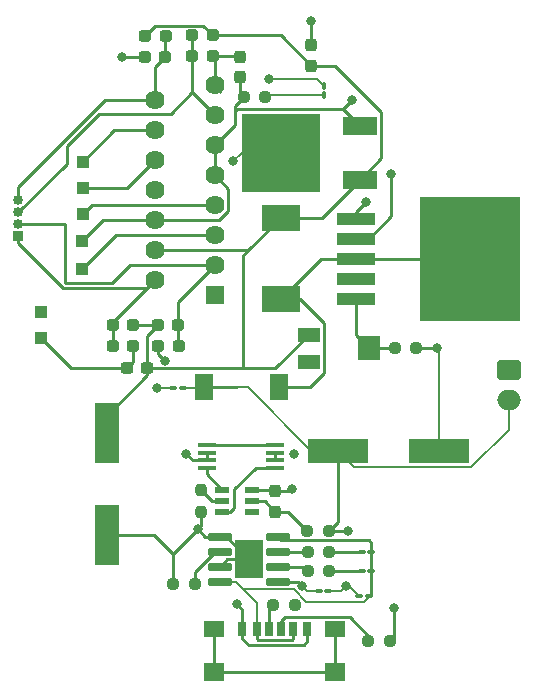
<source format=gtl>
%TF.GenerationSoftware,KiCad,Pcbnew,7.0.5-0*%
%TF.CreationDate,2024-11-16T18:44:09-05:00*%
%TF.ProjectId,PCB_design,5043425f-6465-4736-9967-6e2e6b696361,rev?*%
%TF.SameCoordinates,Original*%
%TF.FileFunction,Copper,L1,Top*%
%TF.FilePolarity,Positive*%
%FSLAX46Y46*%
G04 Gerber Fmt 4.6, Leading zero omitted, Abs format (unit mm)*
G04 Created by KiCad (PCBNEW 7.0.5-0) date 2024-11-16 18:44:09*
%MOMM*%
%LPD*%
G01*
G04 APERTURE LIST*
G04 Aperture macros list*
%AMRoundRect*
0 Rectangle with rounded corners*
0 $1 Rounding radius*
0 $2 $3 $4 $5 $6 $7 $8 $9 X,Y pos of 4 corners*
0 Add a 4 corners polygon primitive as box body*
4,1,4,$2,$3,$4,$5,$6,$7,$8,$9,$2,$3,0*
0 Add four circle primitives for the rounded corners*
1,1,$1+$1,$2,$3*
1,1,$1+$1,$4,$5*
1,1,$1+$1,$6,$7*
1,1,$1+$1,$8,$9*
0 Add four rect primitives between the rounded corners*
20,1,$1+$1,$2,$3,$4,$5,0*
20,1,$1+$1,$4,$5,$6,$7,0*
20,1,$1+$1,$6,$7,$8,$9,0*
20,1,$1+$1,$8,$9,$2,$3,0*%
G04 Aperture macros list end*
%TA.AperFunction,SMDPad,CuDef*%
%ADD10R,1.210000X0.590000*%
%TD*%
%TA.AperFunction,SMDPad,CuDef*%
%ADD11RoundRect,0.237500X-0.250000X-0.237500X0.250000X-0.237500X0.250000X0.237500X-0.250000X0.237500X0*%
%TD*%
%TA.AperFunction,SMDPad,CuDef*%
%ADD12R,0.700000X1.200000*%
%TD*%
%TA.AperFunction,SMDPad,CuDef*%
%ADD13R,0.760000X1.200000*%
%TD*%
%TA.AperFunction,SMDPad,CuDef*%
%ADD14R,0.800000X1.200000*%
%TD*%
%TA.AperFunction,SMDPad,CuDef*%
%ADD15R,1.800000X1.350000*%
%TD*%
%TA.AperFunction,SMDPad,CuDef*%
%ADD16R,1.800000X1.500000*%
%TD*%
%TA.AperFunction,SMDPad,CuDef*%
%ADD17R,3.210000X1.050000*%
%TD*%
%TA.AperFunction,SMDPad,CuDef*%
%ADD18R,8.460000X10.530000*%
%TD*%
%TA.AperFunction,ComponentPad*%
%ADD19C,1.620000*%
%TD*%
%TA.AperFunction,ComponentPad*%
%ADD20R,1.620000X1.620000*%
%TD*%
%TA.AperFunction,ComponentPad*%
%ADD21R,1.000000X1.000000*%
%TD*%
%TA.AperFunction,ComponentPad*%
%ADD22O,0.850000X0.850000*%
%TD*%
%TA.AperFunction,ComponentPad*%
%ADD23R,0.850000X0.850000*%
%TD*%
%TA.AperFunction,ComponentPad*%
%ADD24O,2.000000X1.700000*%
%TD*%
%TA.AperFunction,ComponentPad*%
%ADD25RoundRect,0.250000X-0.750000X0.600000X-0.750000X-0.600000X0.750000X-0.600000X0.750000X0.600000X0*%
%TD*%
%TA.AperFunction,SMDPad,CuDef*%
%ADD26RoundRect,0.100000X0.217500X0.100000X-0.217500X0.100000X-0.217500X-0.100000X0.217500X-0.100000X0*%
%TD*%
%TA.AperFunction,SMDPad,CuDef*%
%ADD27R,3.000000X1.600000*%
%TD*%
%TA.AperFunction,SMDPad,CuDef*%
%ADD28R,6.700000X6.700000*%
%TD*%
%TA.AperFunction,SMDPad,CuDef*%
%ADD29RoundRect,0.237500X0.287500X0.237500X-0.287500X0.237500X-0.287500X-0.237500X0.287500X-0.237500X0*%
%TD*%
%TA.AperFunction,SMDPad,CuDef*%
%ADD30RoundRect,0.100000X-0.217500X-0.100000X0.217500X-0.100000X0.217500X0.100000X-0.217500X0.100000X0*%
%TD*%
%TA.AperFunction,SMDPad,CuDef*%
%ADD31RoundRect,0.237500X-0.287500X-0.237500X0.287500X-0.237500X0.287500X0.237500X-0.287500X0.237500X0*%
%TD*%
%TA.AperFunction,SMDPad,CuDef*%
%ADD32RoundRect,0.237500X0.250000X0.237500X-0.250000X0.237500X-0.250000X-0.237500X0.250000X-0.237500X0*%
%TD*%
%TA.AperFunction,SMDPad,CuDef*%
%ADD33R,5.100000X2.150000*%
%TD*%
%TA.AperFunction,SMDPad,CuDef*%
%ADD34RoundRect,0.237500X0.300000X0.237500X-0.300000X0.237500X-0.300000X-0.237500X0.300000X-0.237500X0*%
%TD*%
%TA.AperFunction,SMDPad,CuDef*%
%ADD35R,3.200000X2.250000*%
%TD*%
%TA.AperFunction,SMDPad,CuDef*%
%ADD36RoundRect,0.050000X-0.730000X-0.150000X0.730000X-0.150000X0.730000X0.150000X-0.730000X0.150000X0*%
%TD*%
%TA.AperFunction,SMDPad,CuDef*%
%ADD37R,2.150000X5.100000*%
%TD*%
%TA.AperFunction,SMDPad,CuDef*%
%ADD38R,1.500000X2.200000*%
%TD*%
%TA.AperFunction,SMDPad,CuDef*%
%ADD39R,2.413000X3.302000*%
%TD*%
%TA.AperFunction,SMDPad,CuDef*%
%ADD40RoundRect,0.075000X-0.910000X-0.225000X0.910000X-0.225000X0.910000X0.225000X-0.910000X0.225000X0*%
%TD*%
%TA.AperFunction,SMDPad,CuDef*%
%ADD41R,1.900000X1.300000*%
%TD*%
%TA.AperFunction,SMDPad,CuDef*%
%ADD42R,1.900000X2.000000*%
%TD*%
%TA.AperFunction,SMDPad,CuDef*%
%ADD43RoundRect,0.237500X-0.237500X0.250000X-0.237500X-0.250000X0.237500X-0.250000X0.237500X0.250000X0*%
%TD*%
%TA.AperFunction,SMDPad,CuDef*%
%ADD44RoundRect,0.100000X-0.100000X0.217500X-0.100000X-0.217500X0.100000X-0.217500X0.100000X0.217500X0*%
%TD*%
%TA.AperFunction,SMDPad,CuDef*%
%ADD45RoundRect,0.237500X0.237500X-0.300000X0.237500X0.300000X-0.237500X0.300000X-0.237500X-0.300000X0*%
%TD*%
%TA.AperFunction,ViaPad*%
%ADD46C,0.800000*%
%TD*%
%TA.AperFunction,Conductor*%
%ADD47C,0.200000*%
%TD*%
%TA.AperFunction,Conductor*%
%ADD48C,0.250000*%
%TD*%
%ADD49C,0.350000*%
G04 APERTURE END LIST*
D10*
%TO.P,U4,1,OD*%
%TO.N,Net-(U4-OD)*%
X56685000Y-68620000D03*
%TO.P,U4,2,CS*%
%TO.N,Net-(U4-CS)*%
X56685000Y-69570000D03*
%TO.P,U4,3,OC*%
%TO.N,Net-(U4-OC)*%
X56685000Y-70520000D03*
%TO.P,U4,4,TD*%
%TO.N,unconnected-(U4-TD-Pad4)*%
X59195000Y-70520000D03*
%TO.P,U4,5,VCC*%
%TO.N,Net-(U4-VCC)*%
X59195000Y-69570000D03*
%TO.P,U4,6,GND*%
%TO.N,Batt-*%
X59195000Y-68620000D03*
%TD*%
D11*
%TO.P,R2,1*%
%TO.N,Net-(J9-CC2)*%
X69017500Y-81440000D03*
%TO.P,R2,2*%
%TO.N,GND_Arduino1*%
X70842500Y-81440000D03*
%TD*%
%TO.P,R1,2*%
%TO.N,GND_Arduino1*%
X62812500Y-78360000D03*
%TO.P,R1,1*%
%TO.N,Net-(J9-CC1)*%
X60987500Y-78360000D03*
%TD*%
D12*
%TO.P,J9,A5,CC1*%
%TO.N,Net-(J9-CC1)*%
X60615000Y-80355000D03*
D13*
%TO.P,J9,A9,VBUS*%
%TO.N,Net-(D10-A)*%
X62635000Y-80355000D03*
D14*
%TO.P,J9,A12,GND*%
%TO.N,GND_Arduino1*%
X63865000Y-80355000D03*
D12*
%TO.P,J9,B5,CC2*%
%TO.N,Net-(J9-CC2)*%
X61615000Y-80355000D03*
D13*
%TO.P,J9,B9,VBUS*%
%TO.N,Net-(D10-A)*%
X59595000Y-80355000D03*
D14*
%TO.P,J9,B12,GND*%
%TO.N,GND_Arduino1*%
X58365000Y-80355000D03*
D15*
%TO.P,J9,S1,SHIELD*%
%TO.N,unconnected-(J9-SHIELD-PadS1)*%
X55990000Y-80410000D03*
D16*
X66240000Y-83990000D03*
X55990000Y-83990000D03*
D15*
X66240000Y-80410000D03*
%TD*%
D17*
%TO.P,VR1,1,GND*%
%TO.N,GND_Arduino1*%
X67980000Y-45640000D03*
%TO.P,VR1,2,EN*%
%TO.N,+5V Arduino*%
X67980000Y-47340000D03*
%TO.P,VR1,3,SW*%
%TO.N,Net-(D9-B)*%
X67980000Y-49040000D03*
%TO.P,VR1,4,VIN*%
%TO.N,Bat+*%
X67980000Y-50740000D03*
%TO.P,VR1,5,FB*%
%TO.N,Net-(VR1-FB)*%
X67980000Y-52440000D03*
D18*
%TO.P,VR1,6,SW*%
%TO.N,Net-(D9-B)*%
X77610000Y-49040000D03*
%TD*%
D19*
%TO.P,U1,15,SENSE_B*%
%TO.N,GND_Arduino1*%
X56040000Y-34350000D03*
%TO.P,U1,14,OUT4*%
%TO.N,OUT4*%
X50960000Y-35620000D03*
%TO.P,U1,13,OUT3*%
%TO.N,OUT3*%
X56040000Y-36890000D03*
%TO.P,U1,12,IN4*%
%TO.N,A3*%
X50960000Y-38160000D03*
%TO.P,U1,11,EnB*%
%TO.N,+5V Arduino*%
X56040000Y-39430000D03*
%TO.P,U1,10,IN3*%
%TO.N,A2*%
X50960000Y-40700000D03*
%TO.P,U1,9,Vss*%
%TO.N,+5V Arduino*%
X56040000Y-41970000D03*
%TO.P,U1,8,GND*%
%TO.N,GND_Arduino1*%
X50960000Y-43240000D03*
%TO.P,U1,7,IN2*%
%TO.N,A1*%
X56040000Y-44510000D03*
%TO.P,U1,6,EnA*%
%TO.N,+5V Arduino*%
X50960000Y-45780000D03*
%TO.P,U1,5,IN1*%
%TO.N,A0*%
X56040000Y-47050000D03*
%TO.P,U1,4,Vs*%
%TO.N,Boost_Out*%
X50960000Y-48320000D03*
%TO.P,U1,3,OUT2*%
%TO.N,OUT2*%
X56040000Y-49590000D03*
%TO.P,U1,2,OUT1*%
%TO.N,OUT1*%
X50960000Y-50860000D03*
D20*
%TO.P,U1,1,SENSE_A*%
%TO.N,GND_Arduino1*%
X56040000Y-52130000D03*
%TD*%
D21*
%TO.P,J11,1,Pin_1*%
%TO.N,GND_Arduino1*%
X41310000Y-55780000D03*
%TD*%
%TO.P,J10,1,Pin_1*%
%TO.N,GND_Arduino1*%
X41320000Y-53590000D03*
%TD*%
%TO.P,J8,1,Pin_1*%
%TO.N,A3*%
X44850000Y-40830000D03*
%TD*%
%TO.P,J7,1,Pin_1*%
%TO.N,A2*%
X44850000Y-43020000D03*
%TD*%
%TO.P,J6,1,Pin_1*%
%TO.N,A1*%
X44850000Y-45270000D03*
%TD*%
%TO.P,J5,1,Pin_1*%
%TO.N,A0*%
X44790000Y-49950000D03*
%TD*%
%TO.P,J3,1,Pin_1*%
%TO.N,+5V Arduino*%
X44820000Y-47570000D03*
%TD*%
D22*
%TO.P,J2,4,Pin_4*%
%TO.N,OUT4*%
X39350000Y-44080000D03*
%TO.P,J2,3,Pin_3*%
%TO.N,OUT3*%
X39350000Y-45080000D03*
%TO.P,J2,2,Pin_2*%
%TO.N,OUT2*%
X39350000Y-46080000D03*
D23*
%TO.P,J2,1,Pin_1*%
%TO.N,OUT1*%
X39350000Y-47080000D03*
%TD*%
D24*
%TO.P,J4,2,Pin_2*%
%TO.N,Bat+*%
X80907500Y-60970000D03*
D25*
%TO.P,J4,1,Pin_1*%
%TO.N,Batt-*%
X80907500Y-58470000D03*
%TD*%
D26*
%TO.P,C5,1*%
%TO.N,Bat+*%
X53347500Y-59990000D03*
%TO.P,C5,2*%
%TO.N,GND_Arduino1*%
X52532500Y-59990000D03*
%TD*%
D27*
%TO.P,U2,1,IN*%
%TO.N,Boost_Out*%
X68290000Y-42370000D03*
D28*
%TO.P,U2,2,GND*%
%TO.N,GND_Arduino1*%
X61640000Y-40070000D03*
D27*
%TO.P,U2,3,OUT*%
%TO.N,+5V Arduino*%
X68290000Y-37770000D03*
%TD*%
D29*
%TO.P,D3,2,A*%
%TO.N,OUT3*%
X54097500Y-30123750D03*
%TO.P,D3,1,K*%
%TO.N,Boost_Out*%
X55847500Y-30123750D03*
%TD*%
D30*
%TO.P,C9,1*%
%TO.N,Bat+*%
X64832500Y-77160000D03*
%TO.P,C9,2*%
%TO.N,GND_Arduino1*%
X65647500Y-77160000D03*
%TD*%
D31*
%TO.P,D4,1,K*%
%TO.N,OUT3*%
X54100000Y-31893750D03*
%TO.P,D4,2,A*%
%TO.N,GND_Arduino1*%
X55850000Y-31893750D03*
%TD*%
D32*
%TO.P,R6,2*%
%TO.N,Charge*%
X63897500Y-73870000D03*
%TO.P,R6,1*%
%TO.N,Net-(D11-K)*%
X65722500Y-73870000D03*
%TD*%
D11*
%TO.P,R3,1*%
%TO.N,Net-(VR1-FB)*%
X71267500Y-56620000D03*
%TO.P,R3,2*%
%TO.N,GND_Arduino1*%
X73092500Y-56620000D03*
%TD*%
D31*
%TO.P,D1,2,A*%
%TO.N,OUT4*%
X51877500Y-30190000D03*
%TO.P,D1,1,K*%
%TO.N,Boost_Out*%
X50127500Y-30190000D03*
%TD*%
D33*
%TO.P,C4,1*%
%TO.N,Bat+*%
X66440000Y-65300000D03*
%TO.P,C4,2*%
%TO.N,GND_Arduino1*%
X75040000Y-65300000D03*
%TD*%
D34*
%TO.P,C2,1*%
%TO.N,Boost_Out*%
X50320000Y-58320000D03*
%TO.P,C2,2*%
%TO.N,GND_Arduino1*%
X48595000Y-58320000D03*
%TD*%
D31*
%TO.P,D8,1,K*%
%TO.N,OUT1*%
X47400000Y-56460000D03*
%TO.P,D8,2,A*%
%TO.N,GND_Arduino1*%
X49150000Y-56460000D03*
%TD*%
D30*
%TO.P,D10,2,A*%
%TO.N,Net-(D10-A)*%
X69297500Y-75500000D03*
%TO.P,D10,1,K*%
%TO.N,Net-(D10-K)*%
X68482500Y-75500000D03*
%TD*%
D35*
%TO.P,D9,2,B*%
%TO.N,Net-(D9-B)*%
X61650000Y-52450000D03*
%TO.P,D9,1,A*%
%TO.N,Boost_Out*%
X61650000Y-45550000D03*
%TD*%
D11*
%TO.P,R8,1*%
%TO.N,Net-(U4-VCC)*%
X63860000Y-72070000D03*
%TO.P,R8,2*%
%TO.N,Bat+*%
X65685000Y-72070000D03*
%TD*%
D29*
%TO.P,D2,2,A*%
%TO.N,GND_Arduino1*%
X50100000Y-31940000D03*
%TO.P,D2,1,K*%
%TO.N,OUT4*%
X51850000Y-31940000D03*
%TD*%
D36*
%TO.P,Q1,1*%
%TO.N,Net-(Q1-Pad1)*%
X55370000Y-64815000D03*
%TO.P,Q1,2*%
%TO.N,Batt-*%
X55370000Y-65465000D03*
%TO.P,Q1,3*%
X55370000Y-66115000D03*
%TO.P,Q1,4*%
%TO.N,Net-(U4-OD)*%
X55370000Y-66765000D03*
%TO.P,Q1,5*%
%TO.N,Net-(U4-OC)*%
X61130000Y-66765000D03*
%TO.P,Q1,6*%
%TO.N,GND_Arduino1*%
X61130000Y-66115000D03*
%TO.P,Q1,7*%
X61130000Y-65465000D03*
%TO.P,Q1,8*%
%TO.N,Net-(Q1-Pad1)*%
X61130000Y-64815000D03*
%TD*%
D29*
%TO.P,D6,2,A*%
%TO.N,GND_Arduino1*%
X51215000Y-56390000D03*
%TO.P,D6,1,K*%
%TO.N,OUT2*%
X52965000Y-56390000D03*
%TD*%
D37*
%TO.P,C7,1*%
%TO.N,Boost_Out*%
X46930000Y-63790000D03*
%TO.P,C7,2*%
%TO.N,GND_Arduino1*%
X46930000Y-72390000D03*
%TD*%
D11*
%TO.P,R9,1*%
%TO.N,+5V Arduino*%
X58485000Y-35360000D03*
%TO.P,R9,2*%
%TO.N,Net-(D17-A)*%
X60310000Y-35360000D03*
%TD*%
D38*
%TO.P,L1,2,2*%
%TO.N,Net-(D9-B)*%
X61490000Y-59920000D03*
%TO.P,L1,1,1*%
%TO.N,Bat+*%
X55090000Y-59920000D03*
%TD*%
D39*
%TO.P,U3,9,EP*%
%TO.N,GND_Arduino1*%
X58920000Y-74495000D03*
D40*
%TO.P,U3,8,CE*%
%TO.N,Net-(D10-A)*%
X61395000Y-72590000D03*
%TO.P,U3,7,~{CHRG}*%
%TO.N,Charge*%
X61395000Y-73860000D03*
%TO.P,U3,6,~{STDBY}*%
%TO.N,Hold*%
X61395000Y-75130000D03*
%TO.P,U3,5,BAT*%
%TO.N,Bat+*%
X61395000Y-76400000D03*
%TO.P,U3,4,VCC*%
%TO.N,Net-(D10-A)*%
X56445000Y-76400000D03*
%TO.P,U3,3,GND*%
%TO.N,GND_Arduino1*%
X56445000Y-75130000D03*
%TO.P,U3,2,PROG*%
%TO.N,Net-(U3-PROG)*%
X56445000Y-73860000D03*
%TO.P,U3,1,TEMP*%
%TO.N,GND_Arduino1*%
X56445000Y-72590000D03*
%TD*%
D32*
%TO.P,R_PROG1,2*%
%TO.N,GND_Arduino1*%
X52510000Y-76540000D03*
%TO.P,R_PROG1,1*%
%TO.N,Net-(U3-PROG)*%
X54335000Y-76540000D03*
%TD*%
D41*
%TO.P,R4,3*%
%TO.N,N/C*%
X63990000Y-57770000D03*
D42*
%TO.P,R4,2*%
%TO.N,Net-(VR1-FB)*%
X69090000Y-56620000D03*
D41*
%TO.P,R4,1*%
%TO.N,Boost_Out*%
X63990000Y-55470000D03*
%TD*%
D30*
%TO.P,D11,2,A*%
%TO.N,Net-(D10-A)*%
X69300000Y-73900000D03*
%TO.P,D11,1,K*%
%TO.N,Net-(D11-K)*%
X68485000Y-73900000D03*
%TD*%
D43*
%TO.P,R7,2*%
%TO.N,GND_Arduino1*%
X54860000Y-70472500D03*
%TO.P,R7,1*%
%TO.N,Net-(U4-CS)*%
X54860000Y-68647500D03*
%TD*%
D29*
%TO.P,D7,2,A*%
%TO.N,OUT1*%
X47402500Y-54660000D03*
%TO.P,D7,1,K*%
%TO.N,Boost_Out*%
X49152500Y-54660000D03*
%TD*%
D44*
%TO.P,D17,1,K*%
%TO.N,GND_Arduino1*%
X65250000Y-34387500D03*
%TO.P,D17,2,A*%
%TO.N,Net-(D17-A)*%
X65250000Y-35202500D03*
%TD*%
D31*
%TO.P,D5,2,A*%
%TO.N,OUT2*%
X52962500Y-54650000D03*
%TO.P,D5,1,K*%
%TO.N,Boost_Out*%
X51212500Y-54650000D03*
%TD*%
D45*
%TO.P,C10,2*%
%TO.N,Batt-*%
X61140000Y-68717500D03*
%TO.P,C10,1*%
%TO.N,Net-(U4-VCC)*%
X61140000Y-70442500D03*
%TD*%
D32*
%TO.P,R5,2*%
%TO.N,Hold*%
X63897500Y-75480000D03*
%TO.P,R5,1*%
%TO.N,Net-(D10-K)*%
X65722500Y-75480000D03*
%TD*%
D26*
%TO.P,C8,1*%
%TO.N,Net-(D10-A)*%
X69087500Y-77580000D03*
%TO.P,C8,2*%
%TO.N,GND_Arduino1*%
X68272500Y-77580000D03*
%TD*%
D45*
%TO.P,C1,2*%
%TO.N,GND_Arduino1*%
X58170000Y-31937500D03*
%TO.P,C1,1*%
%TO.N,+5V Arduino*%
X58170000Y-33662500D03*
%TD*%
%TO.P,C6,1*%
%TO.N,Boost_Out*%
X64210000Y-32702500D03*
%TO.P,C6,2*%
%TO.N,GND_Arduino1*%
X64210000Y-30977500D03*
%TD*%
D46*
%TO.N,GND_Arduino1*%
X57900000Y-78310000D03*
X71250000Y-78650000D03*
%TO.N,Batt-*%
X62590000Y-68510000D03*
X53610000Y-65540000D03*
%TO.N,Bat+*%
X63440000Y-76720000D03*
%TO.N,GND_Arduino1*%
X67120000Y-76740500D03*
%TO.N,Bat+*%
X67330000Y-72110000D03*
%TO.N,GND_Arduino1*%
X54580000Y-71950000D03*
X62780000Y-65590000D03*
X51110000Y-60000000D03*
X51830000Y-57690000D03*
X74830000Y-56600000D03*
X64190000Y-28920000D03*
X48210000Y-31920000D03*
X60630000Y-33850000D03*
X57580000Y-40800000D03*
X68880000Y-44210000D03*
%TO.N,+5V Arduino*%
X70970000Y-41850000D03*
X67620000Y-35630000D03*
%TD*%
D47*
%TO.N,Net-(D10-A)*%
X68680000Y-78080000D02*
X69087500Y-77672500D01*
X69087500Y-77672500D02*
X69087500Y-77580000D01*
D48*
X69297500Y-75500000D02*
X69297500Y-77370000D01*
X69297500Y-77370000D02*
X69087500Y-77580000D01*
D47*
%TO.N,GND_Arduino1*%
X60630000Y-33850000D02*
X64712500Y-33850000D01*
X64712500Y-33850000D02*
X65250000Y-34387500D01*
%TO.N,Net-(D17-A)*%
X60310000Y-35360000D02*
X60467500Y-35202500D01*
X60467500Y-35202500D02*
X65250000Y-35202500D01*
%TO.N,Bat+*%
X53347500Y-59990000D02*
X55020000Y-59990000D01*
X55020000Y-59990000D02*
X55090000Y-59920000D01*
%TO.N,GND_Arduino1*%
X52532500Y-59990000D02*
X51120000Y-59990000D01*
X51120000Y-59990000D02*
X51110000Y-60000000D01*
X61640000Y-40070000D02*
X58310000Y-40070000D01*
X58310000Y-40070000D02*
X57580000Y-40800000D01*
%TO.N,Net-(D17-A)*%
X60320000Y-35370000D02*
X60310000Y-35360000D01*
%TO.N,GND_Arduino1*%
X67120000Y-76740500D02*
X67433000Y-76740500D01*
X67433000Y-76740500D02*
X68272500Y-77580000D01*
%TO.N,Net-(D10-A)*%
X57836000Y-76446000D02*
X58390000Y-77000000D01*
X58390000Y-77000000D02*
X62700140Y-77000000D01*
X62700140Y-77000000D02*
X63780140Y-78080000D01*
X63780140Y-78080000D02*
X68680000Y-78080000D01*
X56445000Y-76400000D02*
X56491000Y-76446000D01*
X59595000Y-78205000D02*
X59595000Y-80355000D01*
X56491000Y-76446000D02*
X57836000Y-76446000D01*
X57836000Y-76446000D02*
X59595000Y-78205000D01*
%TO.N,Bat+*%
X64832500Y-77160000D02*
X63880000Y-77160000D01*
X63880000Y-77160000D02*
X63440000Y-76720000D01*
%TO.N,GND_Arduino1*%
X65647500Y-77160000D02*
X66700500Y-77160000D01*
X66700500Y-77160000D02*
X67120000Y-76740500D01*
D48*
X62780000Y-65590000D02*
X62655000Y-65465000D01*
X62655000Y-65465000D02*
X62615000Y-65465000D01*
D47*
%TO.N,Bat+*%
X66440000Y-65300000D02*
X67815000Y-66675000D01*
X80907500Y-63522500D02*
X80907500Y-60970000D01*
X67815000Y-66675000D02*
X77755000Y-66675000D01*
X77755000Y-66675000D02*
X80907500Y-63522500D01*
D48*
%TO.N,Batt-*%
X61140000Y-68717500D02*
X62382500Y-68717500D01*
X62382500Y-68717500D02*
X62590000Y-68510000D01*
%TO.N,Bat+*%
X65685000Y-72070000D02*
X66440000Y-71315000D01*
X66440000Y-71315000D02*
X66440000Y-65300000D01*
D47*
%TO.N,GND_Arduino1*%
X75040000Y-65300000D02*
X75040000Y-56810000D01*
X75040000Y-56810000D02*
X74830000Y-56600000D01*
%TO.N,Bat+*%
X66440000Y-65300000D02*
X64200000Y-65300000D01*
X64200000Y-65300000D02*
X58820000Y-59920000D01*
X58820000Y-59920000D02*
X57930000Y-59920000D01*
D48*
%TO.N,OUT2*%
X52962500Y-54650000D02*
X52962500Y-56387500D01*
X52962500Y-56387500D02*
X52965000Y-56390000D01*
X52962500Y-54650000D02*
X52962500Y-52667500D01*
%TO.N,GND_Arduino1*%
X58365000Y-80355000D02*
X58365000Y-78775000D01*
X58365000Y-78775000D02*
X57900000Y-78310000D01*
%TO.N,unconnected-(J9-SHIELD-PadS1)*%
X55990000Y-83990000D02*
X66240000Y-83990000D01*
%TO.N,GND_Arduino1*%
X70842500Y-81440000D02*
X71250000Y-81032500D01*
X71250000Y-81032500D02*
X71250000Y-78650000D01*
X67299500Y-76920000D02*
X67120000Y-76740500D01*
%TO.N,Net-(J9-CC1)*%
X60987500Y-78360000D02*
X60615000Y-78732500D01*
X60615000Y-78732500D02*
X60615000Y-80355000D01*
%TO.N,Net-(J9-CC2)*%
X61615000Y-80355000D02*
X61615000Y-79745000D01*
X61615000Y-79745000D02*
X61950000Y-79410000D01*
X67465000Y-79410000D02*
X69017500Y-80962500D01*
X61950000Y-79410000D02*
X67465000Y-79410000D01*
X69017500Y-80962500D02*
X69017500Y-81440000D01*
%TO.N,GND_Arduino1*%
X58365000Y-80355000D02*
X58365000Y-81205000D01*
X58365000Y-81205000D02*
X58890000Y-81730000D01*
X58890000Y-81730000D02*
X63570000Y-81730000D01*
X63570000Y-81730000D02*
X63865000Y-81435000D01*
X63865000Y-81435000D02*
X63865000Y-80355000D01*
%TO.N,unconnected-(J9-SHIELD-PadS1)*%
X55990000Y-80410000D02*
X55990000Y-83990000D01*
X66240000Y-80410000D02*
X66240000Y-83990000D01*
%TO.N,Net-(D10-A)*%
X62635000Y-80355000D02*
X62635000Y-81205000D01*
X62635000Y-81205000D02*
X62560000Y-81280000D01*
X59670000Y-81280000D02*
X59595000Y-81205000D01*
X59595000Y-81205000D02*
X59595000Y-80355000D01*
X62560000Y-81280000D02*
X59670000Y-81280000D01*
%TO.N,GND_Arduino1*%
X74700000Y-56730000D02*
X74830000Y-56600000D01*
%TO.N,Batt-*%
X55370000Y-66115000D02*
X54185000Y-66115000D01*
X54185000Y-66115000D02*
X53610000Y-65540000D01*
%TO.N,Boost_Out*%
X46930000Y-63790000D02*
X46930000Y-62315000D01*
X50320000Y-58925000D02*
X50320000Y-58320000D01*
X46930000Y-62315000D02*
X50320000Y-58925000D01*
%TO.N,GND_Arduino1*%
X46930000Y-72390000D02*
X50880000Y-72390000D01*
X50880000Y-72390000D02*
X52510000Y-74020000D01*
%TO.N,Batt-*%
X55370000Y-65465000D02*
X55370000Y-66115000D01*
X59195000Y-68620000D02*
X61042500Y-68620000D01*
X61042500Y-68620000D02*
X61140000Y-68717500D01*
%TO.N,Bat+*%
X65685000Y-72070000D02*
X67290000Y-72070000D01*
X67290000Y-72070000D02*
X67330000Y-72110000D01*
%TO.N,GND_Arduino1*%
X56445000Y-72590000D02*
X57015000Y-72590000D01*
X57015000Y-72590000D02*
X58920000Y-74495000D01*
X58920000Y-74495000D02*
X57080000Y-74495000D01*
X57080000Y-74495000D02*
X56445000Y-75130000D01*
X67099500Y-76720000D02*
X67120000Y-76740500D01*
%TO.N,Bat+*%
X61395000Y-76400000D02*
X63120000Y-76400000D01*
X63120000Y-76400000D02*
X63440000Y-76720000D01*
%TO.N,Net-(D10-A)*%
X61395000Y-72590000D02*
X61675000Y-72870000D01*
X69070000Y-72870000D02*
X69300000Y-73100000D01*
X61675000Y-72870000D02*
X69070000Y-72870000D01*
X69300000Y-73100000D02*
X69300000Y-73900000D01*
%TO.N,Hold*%
X61395000Y-75130000D02*
X63547500Y-75130000D01*
X63547500Y-75130000D02*
X63897500Y-75480000D01*
%TO.N,GND_Arduino1*%
X52510000Y-76540000D02*
X52510000Y-74020000D01*
X52510000Y-74020000D02*
X54580000Y-71950000D01*
X56445000Y-72590000D02*
X55220000Y-72590000D01*
X55220000Y-72590000D02*
X54580000Y-71950000D01*
X54150000Y-72380000D02*
X54580000Y-71950000D01*
X54860000Y-70472500D02*
X54860000Y-71670000D01*
X54860000Y-71670000D02*
X54580000Y-71950000D01*
X61130000Y-65465000D02*
X61130000Y-66115000D01*
X51215000Y-56390000D02*
X51215000Y-57075000D01*
X51215000Y-57075000D02*
X51830000Y-57690000D01*
X48595000Y-58320000D02*
X43850000Y-58320000D01*
X43850000Y-58320000D02*
X41310000Y-55780000D01*
X49150000Y-56460000D02*
X49150000Y-57765000D01*
X49150000Y-57765000D02*
X48595000Y-58320000D01*
X73092500Y-56620000D02*
X74810000Y-56620000D01*
X74810000Y-56620000D02*
X74830000Y-56600000D01*
X64210000Y-30977500D02*
X64210000Y-28940000D01*
X64210000Y-28940000D02*
X64190000Y-28920000D01*
X50100000Y-31940000D02*
X48230000Y-31940000D01*
X48230000Y-31940000D02*
X48210000Y-31920000D01*
X55850000Y-31893750D02*
X58126250Y-31893750D01*
X58126250Y-31893750D02*
X58170000Y-31937500D01*
X55850000Y-31893750D02*
X56040000Y-32083750D01*
X56040000Y-32083750D02*
X56040000Y-34350000D01*
X67980000Y-45640000D02*
X67980000Y-45110000D01*
X67980000Y-45110000D02*
X68880000Y-44210000D01*
%TO.N,+5V Arduino*%
X67980000Y-47340000D02*
X69060000Y-47340000D01*
X69060000Y-47340000D02*
X70970000Y-45430000D01*
X70970000Y-45430000D02*
X70970000Y-41850000D01*
X66915000Y-36395000D02*
X66915000Y-36335000D01*
X66915000Y-36335000D02*
X67620000Y-35630000D01*
%TO.N,Boost_Out*%
X70115000Y-40545000D02*
X68290000Y-42370000D01*
X68290000Y-42370000D02*
X65110000Y-45550000D01*
X65110000Y-45550000D02*
X61650000Y-45550000D01*
X70115000Y-36645000D02*
X70115000Y-40545000D01*
X66172500Y-32702500D02*
X70115000Y-36645000D01*
%TO.N,+5V Arduino*%
X68290000Y-37770000D02*
X66915000Y-36395000D01*
X66915000Y-36395000D02*
X57880000Y-36395000D01*
X57880000Y-36395000D02*
X57725000Y-36550000D01*
%TO.N,Boost_Out*%
X61650000Y-45550000D02*
X58885000Y-48315000D01*
X50960000Y-48320000D02*
X58880000Y-48320000D01*
X58885000Y-48315000D02*
X58410000Y-48790000D01*
X58880000Y-48320000D02*
X58885000Y-48315000D01*
X58410000Y-48790000D02*
X58410000Y-58320000D01*
X64210000Y-32702500D02*
X66172500Y-32702500D01*
X61631250Y-30123750D02*
X64210000Y-32702500D01*
%TO.N,Net-(D9-B)*%
X65060000Y-49040000D02*
X61650000Y-52450000D01*
X67980000Y-49040000D02*
X65060000Y-49040000D01*
X63220000Y-52450000D02*
X65265000Y-54495000D01*
X65265000Y-54495000D02*
X65265000Y-58745000D01*
X65265000Y-58745000D02*
X64090000Y-59920000D01*
X64090000Y-59920000D02*
X61490000Y-59920000D01*
X61650000Y-52450000D02*
X63220000Y-52450000D01*
%TO.N,Net-(VR1-FB)*%
X67980000Y-52440000D02*
X67980000Y-55510000D01*
X67980000Y-55510000D02*
X69090000Y-56620000D01*
%TO.N,Boost_Out*%
X55847500Y-30123750D02*
X61631250Y-30123750D01*
%TO.N,Net-(D9-B)*%
X77610000Y-49040000D02*
X67980000Y-49040000D01*
%TO.N,Bat+*%
X67980000Y-50740000D02*
X66900000Y-50740000D01*
X66050000Y-65240000D02*
X66100000Y-65290000D01*
%TO.N,OUT4*%
X50960000Y-35620000D02*
X46703604Y-35620000D01*
X46703604Y-35620000D02*
X39350000Y-42973604D01*
X39350000Y-42973604D02*
X39350000Y-44080000D01*
%TO.N,OUT3*%
X43490000Y-41000661D02*
X43490000Y-39470000D01*
X39410661Y-45080000D02*
X43490000Y-41000661D01*
X39350000Y-45080000D02*
X39410661Y-45080000D01*
X52295000Y-36755000D02*
X54100000Y-34950000D01*
X43490000Y-39470000D02*
X46205000Y-36755000D01*
X46205000Y-36755000D02*
X52295000Y-36755000D01*
%TO.N,OUT1*%
X50960000Y-50860000D02*
X50275000Y-51545000D01*
X50275000Y-51545000D02*
X47402500Y-54417500D01*
X39350000Y-47746396D02*
X43148604Y-51545000D01*
X39350000Y-47080000D02*
X39350000Y-47746396D01*
X43148604Y-51545000D02*
X50275000Y-51545000D01*
%TO.N,OUT2*%
X56040000Y-49590000D02*
X48830495Y-49590000D01*
X47340495Y-51080000D02*
X43320000Y-51080000D01*
X48830495Y-49590000D02*
X47340495Y-51080000D01*
X43320000Y-51080000D02*
X43320000Y-46080000D01*
X43320000Y-46080000D02*
X39350000Y-46080000D01*
%TO.N,+5V Arduino*%
X50960000Y-45780000D02*
X56375133Y-45780000D01*
X56375133Y-45780000D02*
X57175000Y-44980133D01*
X57175000Y-44980133D02*
X57175000Y-43105000D01*
X57175000Y-43105000D02*
X56040000Y-41970000D01*
%TO.N,A1*%
X44850000Y-45270000D02*
X45610000Y-44510000D01*
X45610000Y-44510000D02*
X56040000Y-44510000D01*
%TO.N,+5V Arduino*%
X44820000Y-47570000D02*
X46610000Y-45780000D01*
X46610000Y-45780000D02*
X50960000Y-45780000D01*
%TO.N,A0*%
X56040000Y-47050000D02*
X47690000Y-47050000D01*
X47690000Y-47050000D02*
X44790000Y-49950000D01*
%TO.N,A2*%
X44850000Y-43020000D02*
X48640000Y-43020000D01*
X48640000Y-43020000D02*
X50960000Y-40700000D01*
%TO.N,A3*%
X50960000Y-38160000D02*
X47520000Y-38160000D01*
X47520000Y-38160000D02*
X44850000Y-40830000D01*
%TO.N,Net-(U3-PROG)*%
X54335000Y-76540000D02*
X54335000Y-75539315D01*
X54335000Y-75539315D02*
X56014315Y-73860000D01*
X56014315Y-73860000D02*
X56445000Y-73860000D01*
%TO.N,Net-(D10-A)*%
X69305000Y-75507500D02*
X69297500Y-75500000D01*
%TO.N,Net-(D10-K)*%
X65722500Y-75480000D02*
X68462500Y-75480000D01*
X68462500Y-75480000D02*
X68482500Y-75500000D01*
%TO.N,Net-(D10-A)*%
X69297500Y-75500000D02*
X69297500Y-73902500D01*
X69297500Y-73902500D02*
X69300000Y-73900000D01*
%TO.N,Net-(D11-K)*%
X65722500Y-73870000D02*
X68455000Y-73870000D01*
X68455000Y-73870000D02*
X68485000Y-73900000D01*
%TO.N,Charge*%
X63897500Y-73870000D02*
X61405000Y-73870000D01*
X61405000Y-73870000D02*
X61395000Y-73860000D01*
%TO.N,Bat+*%
X55090000Y-59920000D02*
X57930000Y-59920000D01*
%TO.N,Net-(Q1-Pad1)*%
X55370000Y-64815000D02*
X61130000Y-64815000D01*
%TO.N,Net-(U4-VCC)*%
X61140000Y-70442500D02*
X62232500Y-70442500D01*
X62232500Y-70442500D02*
X63860000Y-72070000D01*
X59195000Y-69570000D02*
X60267500Y-69570000D01*
X60267500Y-69570000D02*
X61140000Y-70442500D01*
%TO.N,Net-(U4-OC)*%
X56685000Y-70520000D02*
X57285000Y-70520000D01*
X57285000Y-70520000D02*
X57690000Y-70115000D01*
X59500000Y-66765000D02*
X61130000Y-66765000D01*
X57690000Y-70115000D02*
X57690000Y-68575000D01*
X57690000Y-68575000D02*
X59500000Y-66765000D01*
%TO.N,Net-(U4-CS)*%
X56685000Y-69570000D02*
X55782500Y-69570000D01*
X55782500Y-69570000D02*
X54860000Y-68647500D01*
%TO.N,Net-(U4-OD)*%
X55370000Y-66765000D02*
X55370000Y-67305000D01*
X55370000Y-67305000D02*
X56685000Y-68620000D01*
%TO.N,+5V Arduino*%
X57725000Y-36120000D02*
X57725000Y-36550000D01*
X57725000Y-36550000D02*
X57725000Y-37745000D01*
%TO.N,Net-(VR1-FB)*%
X69090000Y-56620000D02*
X71267500Y-56620000D01*
%TO.N,Boost_Out*%
X61140000Y-58320000D02*
X58410000Y-58320000D01*
X58410000Y-58320000D02*
X50320000Y-58320000D01*
X63990000Y-55470000D02*
X61140000Y-58320000D01*
%TO.N,+5V Arduino*%
X58485000Y-35360000D02*
X57725000Y-36120000D01*
X57725000Y-37745000D02*
X56040000Y-39430000D01*
X58170000Y-33662500D02*
X58170000Y-35045000D01*
X58170000Y-35045000D02*
X58485000Y-35360000D01*
%TO.N,Boost_Out*%
X55861250Y-30110000D02*
X55847500Y-30123750D01*
%TO.N,GND_Arduino1*%
X58490000Y-31912500D02*
X58485000Y-31917500D01*
%TO.N,+5V Arduino*%
X56040000Y-39430000D02*
X56040000Y-41970000D01*
%TO.N,Boost_Out*%
X50320000Y-58320000D02*
X50320000Y-55542500D01*
X50320000Y-55542500D02*
X51212500Y-54650000D01*
%TO.N,OUT1*%
X47402500Y-54417500D02*
X47402500Y-54660000D01*
%TO.N,OUT2*%
X56040000Y-49590000D02*
X52962500Y-52667500D01*
%TO.N,Boost_Out*%
X55847500Y-30123750D02*
X55047500Y-29323750D01*
X55047500Y-29323750D02*
X50993750Y-29323750D01*
X50993750Y-29323750D02*
X50127500Y-30190000D01*
%TO.N,OUT3*%
X54100000Y-31893750D02*
X54100000Y-34950000D01*
X54100000Y-34950000D02*
X56040000Y-36890000D01*
%TO.N,OUT4*%
X51850000Y-31940000D02*
X50960000Y-32830000D01*
X50960000Y-32830000D02*
X50960000Y-35620000D01*
%TO.N,OUT3*%
X54100000Y-31893750D02*
X54100000Y-30126250D01*
%TO.N,OUT1*%
X47642500Y-56460000D02*
X47400000Y-56460000D01*
%TO.N,OUT4*%
X51850000Y-31940000D02*
X51850000Y-30217500D01*
%TO.N,OUT2*%
X52965000Y-54652500D02*
X52962500Y-54650000D01*
%TO.N,OUT1*%
X47400000Y-56460000D02*
X47400000Y-54662500D01*
X47400000Y-54662500D02*
X47402500Y-54660000D01*
%TO.N,Boost_Out*%
X49152500Y-54660000D02*
X51202500Y-54660000D01*
X51202500Y-54660000D02*
X51212500Y-54650000D01*
%TO.N,GND_Arduino1*%
X56477500Y-34892500D02*
X56487500Y-34882500D01*
X56485000Y-34880000D02*
X56487500Y-34882500D01*
%TO.N,+5V Arduino*%
X50830000Y-45650000D02*
X50960000Y-45780000D01*
%TO.N,Boost_Out*%
X51212500Y-54835000D02*
X51212500Y-54650000D01*
%TD*%
D49*
X57900000Y-78310000D03*
X71250000Y-78650000D03*
X62590000Y-68510000D03*
X53610000Y-65540000D03*
X63440000Y-76720000D03*
X67120000Y-76740500D03*
X67330000Y-72110000D03*
X54580000Y-71950000D03*
X62780000Y-65590000D03*
X51110000Y-60000000D03*
X51830000Y-57690000D03*
X74830000Y-56600000D03*
X64190000Y-28920000D03*
X48210000Y-31920000D03*
X60630000Y-33850000D03*
X57580000Y-40800000D03*
X68880000Y-44210000D03*
X70970000Y-41850000D03*
X67620000Y-35630000D03*
X56040000Y-34350000D03*
X50960000Y-35620000D03*
X56040000Y-36890000D03*
X50960000Y-38160000D03*
X56040000Y-39430000D03*
X50960000Y-40700000D03*
X56040000Y-41970000D03*
X50960000Y-43240000D03*
X56040000Y-44510000D03*
X50960000Y-45780000D03*
X56040000Y-47050000D03*
X50960000Y-48320000D03*
X56040000Y-49590000D03*
X50960000Y-50860000D03*
X56040000Y-52130000D03*
X41310000Y-55780000D03*
X41320000Y-53590000D03*
X44850000Y-40830000D03*
X44850000Y-43020000D03*
X44850000Y-45270000D03*
X44790000Y-49950000D03*
X44820000Y-47570000D03*
X39350000Y-44080000D03*
X39350000Y-45080000D03*
X39350000Y-46080000D03*
X39350000Y-47080000D03*
X80907500Y-60970000D03*
X80907500Y-58470000D03*
M02*

</source>
